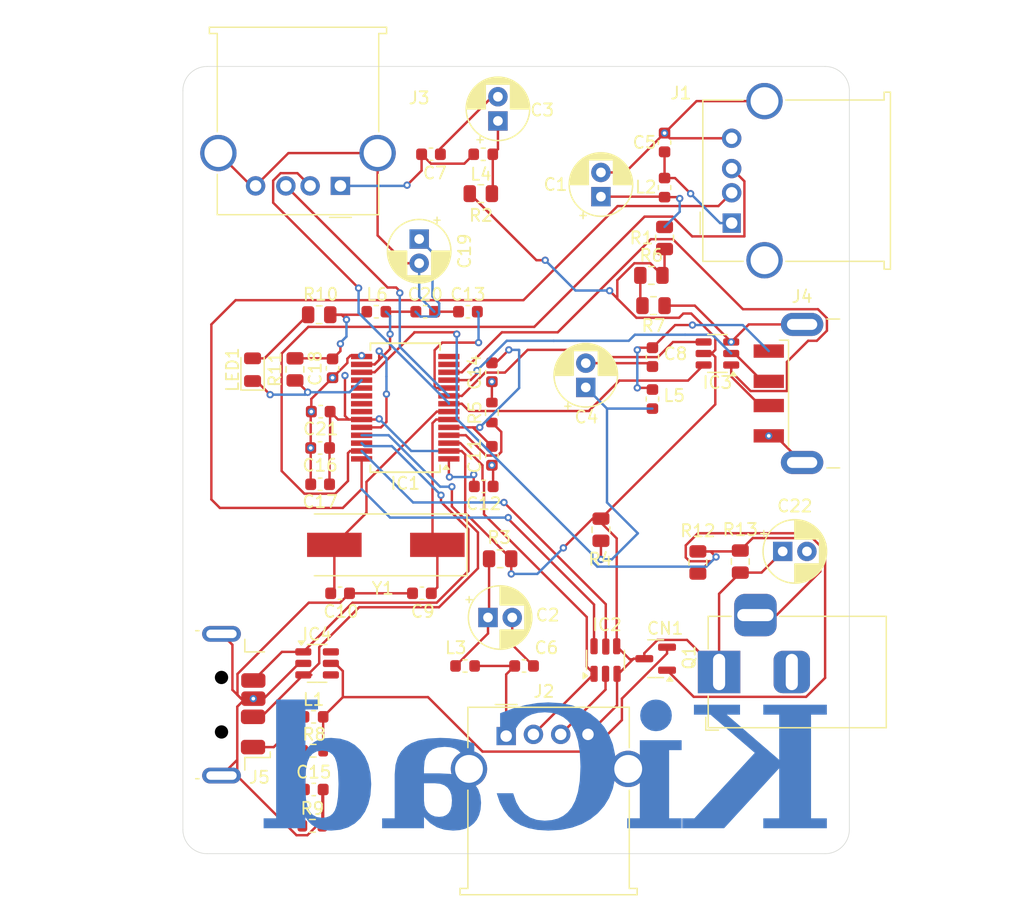
<source format=kicad_pcb>
(kicad_pcb (version 20240108) (generator "pcbnew") (generator_version "8.0")
  (layers (0 "F.Cu" signal) (1 "In1.Cu" signal "GND") (2 "In2.Cu" signal "PWR") (31 "B.Cu" signal) (34 "B.Paste" user) (35 "F.Paste" user) (36 "B.SilkS" user "B.Silkscreen") (37 "F.SilkS" user "F.Silkscreen") (38 "B.Mask" user) (39 "F.Mask" user) (44 "Edge.Cuts" user))
  (net 0 "")
  (net 1 "GND")
  (net 3 "+5V")
  (net 4 "USB1_N")
  (net 6 "Net-(C1-Pad1)")
  (net 7 "Net-(C2-Pad2)")
  (net 8 "Net-(C2-Pad1)")
  (net 9 "Net-(C3-Pad1)")
  (net 10 "Net-(C3-Pad2)")
  (net 11 "Net-(C4-Pad2)")
  (net 12 "Net-(C4-Pad1)")
  (net 13 "Net-(J1-VBUS)")
  (net 14 "Net-(J2-VBUS)")
  (net 15 "Net-(J3-VBUS)")
  (net 16 "Net-(J4-VBUS)")
  (net 17 "X1")
  (net 18 "X2")
  (net 19 "Net-(IC1-GPB4)")
  (net 20 "Net-(IC1-GPB0)")
  (net 21 "Net-(IC1-VSS)")
  (net 22 "Net-(C15-Pad1)")
  (net 23 "AVDD")
  (net 24 "/DVDD")
  (net 25 "PSELF")
  (net 26 "RESET#")
  (net 27 "OVCURR#1")
  (net 28 "PGANG")
  (net 31 "Net-(IC1-GPB3)")
  (net 34 "Net-(J5-VBUS)")
  (net 35 "Net-(LED1-A)")
  (net 36 "OVCURR1#")
  (net 37 "Net-(Q1-G)")
  (net 38 "USB1_P")
  (net 39 "USB2_P")
  (net 40 "USB4_N")
  (net 41 "USB3_P")
  (net 42 "USB3_N")
  (net 43 "USB0_N")
  (net 44 "USB4_P")
  (net 45 "USB2_N")
  (net 46 "USB0_P")
  (footprint "Connector_USB:USB_A_Molex_67643_Horizontal" (layer "F.Cu") (at 171.68 114.29)
    (property "Reference" "J2")
    (property "Value" "USB-A-S-X-X-TH")
  )
  (footprint "Capacitor_SMD:C_0603_1608Metric" (layer "F.Cu") (at 165 79.25)
    (property "Reference" "C20")
    (property "Value" "0.1uF")
  )
  (footprint "Capacitor_THT:CP_Radial_D5.0mm_P2.00mm" (layer "F.Cu") (at 194.5 99.0425)
    (property "Reference" "C22")
    (property "Value" "100uF")
  )
  (footprint "Resistor_SMD:R_0805_2012Metric" (layer "F.Cu") (at 156.25 79.5 180)
    (property "Reference" "R10")
    (property "Value" "470R")
  )
  (footprint "Capacitor_SMD:C_0603_1608Metric" (layer "F.Cu") (at 156.325 90.5 180)
    (property "Reference" "C16")
    (property "Value" "1uF")
  )
  (footprint "Capacitor_THT:CP_Radial_D5.0mm_P2.00mm" (layer "F.Cu") (at 170.18 104.5)
    (property "Reference" "C2")
    (property "Value" "100uF")
  )
  (footprint "Capacitor_THT:CP_Radial_D5.0mm_P2.00mm" (layer "F.Cu") (at 179.5 69.75 90)
    (property "Reference" "C1")
    (property "Value" "100uF")
  )
  (footprint "Inductor_SMD:L_0603_1608Metric" (layer "F.Cu") (at 168.2875 108.5)
    (property "Reference" "L3")
    (property "Value" "FB-0603-2A")
  )
  (footprint "Capacitor_SMD:C_0603_1608Metric" (layer "F.Cu") (at 164.725 102.5)
    (property "Reference" "C9")
    (property "Value" "33pF")
  )
  (footprint "Resistor_SMD:R_0805_2012Metric" (layer "F.Cu") (at 191 99.88 90)
    (property "Reference" "R13")
    (property "Value" "470k")
  )
  (footprint "Resistor_SMD:R_0603_1608Metric" (layer "F.Cu") (at 155.6875 121.7)
    (property "Reference" "R9")
    (property "Value" "47K")
  )
  (footprint "Capacitor_THT:CP_Radial_D5.0mm_P2.00mm" (layer "F.Cu") (at 171 63.5 90)
    (property "Reference" "C3")
    (property "Value" "100uF")
  )
  (footprint "Capacitor_THT:CP_Radial_D5.0mm_P2.00mm" (layer "F.Cu") (at 178.25 85.5 90)
    (property "Reference" "C4")
    (property "Value" "100uF")
  )
  (footprint "LED_SMD:LED_0805_2012Metric" (layer "F.Cu") (at 150.75 84.0375 90)
    (property "Reference" "LED1")
    (property "Value" "RED")
  )
  (footprint "Connector_USB:USB_A_Molex_67643_Horizontal" (layer "F.Cu") (at 190.29 71.93 90)
    (property "Reference" "J1")
    (property "Value" "USB-A-S-X-X-TH")
  )
  (footprint "Connector_USB:USB_A_CNCTech_1001-011-01101_Horizontal" (layer "F.Cu") (at 203 86)
    (property "Reference" "J4")
    (property "Value" "USB-A-S-X-X-TH")
  )
  (footprint "Inductor_SMD:L_0603_1608Metric" (layer "F.Cu") (at 169.7875 66.25 180)
    (property "Reference" "L4")
    (property "Value" "FB-0603-2A")
  )
  (footprint "Capacitor_SMD:C_0603_1608Metric" (layer "F.Cu") (at 169.825 93.675 180)
    (property "Reference" "C12")
    (property "Value" "0.1uF")
  )
  (footprint "Resistor_SMD:R_0603_1608Metric" (layer "F.Cu") (at 155.75 115.5 180)
    (property "Reference" "R8")
    (property "Value" "10k")
  )
  (footprint "Resistor_SMD:R_0805_2012Metric" (layer "F.Cu") (at 183.6625 76.25)
    (property "Reference" "R6")
    (property "Value" "10k")
  )
  (footprint "Connector_USB:USB_A_Molex_67643_Horizontal" (layer "F.Cu") (at 158 68.86 180)
    (property "Reference" "J3")
    (property "Value" "USB-A-S-X-X-TH")
  )
  (footprint "Resistor_SMD:R_0805_2012Metric" (layer "F.Cu") (at 171.18 99.65 180)
    (property "Reference" "R3")
    (property "Value" "500mA")
  )
  (footprint "Capacitor_SMD:C_0603_1608Metric" (layer "F.Cu") (at 165.475 66.25)
    (property "Reference" "C7")
    (property "Value" "0.1uF")
  )
  (footprint "Inductor_SMD:L_0603_1608Metric" (layer "F.Cu") (at 155.7875 112.7)
    (property "Reference" "L1")
    (property "Value" "FB-0603-2A")
  )
  (footprint "Package_TO_SOT_SMD:SOT-23" (layer "F.Cu") (at 184.0175 107.9 180)
    (property "Reference" "Q1")
    (property "Value" "Q_PMOS_GSD")
  )
  (footprint "Capacitor_SMD:C_0603_1608Metric" (layer "F.Cu") (at 157.975 102.5 180)
    (property "Reference" "C10")
    (property "Value" "33pF")
  )
  (footprint "Package_TO_SOT_SMD:SOT-23-6" (layer "F.Cu") (at 179.88 108.0125 90)
    (property "Reference" "IC2")
    (property "Value" "SRV05-4 - ESD Protection")
  )
  (footprint "Connector_USB:USB_A_Molex_48037-2200_Horizontal" (layer "F.Cu") (at 139.8125 111.7 180)
    (property "Reference" "J5")
    (property "Value" "USB-AM-S-X-X-TH")
  )
  (footprint "Resistor_SMD:R_0805_2012Metric" (layer "F.Cu") (at 154.25 84.0125 90)
    (property "Reference" "R11")
    (property "Value" "100k")
  )
  (footprint "Capacitor_SMD:C_0603_1608Metric" (layer "F.Cu") (at 156.375 87.5 180)
    (property "Reference" "C21")
    (property "Value" "0.1uF")
  )
  (footprint "Capacitor_SMD:C_0603_1608Metric" (layer "F.Cu") (at 157.35 83.925 90)
    (property "Reference" "C18")
    (property "Value" "0.1uF")
  )
  (footprint "Package_TO_SOT_SMD:SOT-23-6" (layer "F.Cu") (at 156.075 108.2875)
    (property "Reference" "IC4")
    (property "Value" "SRV05-4 - ESD Protection")
  )
  (footprint "Capacitor_SMD:C_0603_1608Metric" (layer "F.Cu") (at 155.8 118.7)
    (property "Reference" "C15")
    (property "Value" "0.1uF")
  )
  (footprint "Capacitor_SMD:C_0603_1608Metric" (layer "F.Cu") (at 170.5 84.25 90)
    (property "Reference" "C14")
    (property "Value" "1uF")
  )
  (footprint "Capacitor_SMD:C_0603_1608Metric" (layer "F.Cu") (at 183.75 83 90)
    (property "Reference" "C8")
    (property "Value" "0.1uF")
  )
  (footprint "Package_TO_SOT_SMD:SOT-23-6" (layer "F.Cu") (at 189.1125 82.7 180)
    (property "Reference" "IC3")
    (property "Value" "SRV05-4 - ESD Protection")
  )
  (footprint "Capacitor_SMD:C_0603_1608Metric" (layer "F.Cu") (at 173.155 108.5)
    (property "Reference" "C6")
    (property "Value" "0.1uF")
  )
  (footprint "Crystal:Crystal_SMD_HC49-SD" (layer "F.Cu") (at 161.75 98.5 180)
    (property "Reference" "Y1")
    (property "Value" "ECS-120-18-4X-CKM")
  )
  (footprint "Inductor_SMD:L_0603_1608Metric" (layer "F.Cu") (at 184.75 69 90)
    (property "Reference" "L2")
    (property "Value" "FB-0603-2A")
  )
  (footprint "Resistor_SMD:R_0603_1608Metric" (layer "F.Cu") (at 170.5 87.575 -90)
    (property "Reference" "R5")
    (property "Value" "680R")
  )
  (footprint "Resistor_SMD:R_0805_2012Metric" (layer "F.Cu") (at 169.5875 69.5)
    (property "Reference" "R2")
    (property "Value" "500mA")
  )
  (footprint "Inductor_SMD:L_0603_1608Metric" (layer "F.Cu") (at 160.9625 79.25 180)
    (property "Reference" "L6")
    (property "Value" "FB-0603-2A")
  )
  (footprint "Resistor_SMD:R_0805_2012Metric" (layer "F.Cu") (at 187.5 99.955 90)
    (property "Reference" "R12")
    (property "Value" "470R")
  )
  (footprint "Resistor_SMD:R_0805_2012Metric" (layer "F.Cu") (at 183.8375 78.75 180)
    (property "Reference" "R7")
    (property "Value" "20k")
  )
  (footprint "Capacitor_SMD:C_0603_1608Metric" (layer "F.Cu") (at 168.525 79.25)
    (property "Reference" "C13")
    (property "Value" "0.1uF")
  )
  (footprint "Connector_BarrelJack:BarrelJack_Horizontal" (layer "F.Cu") (at 189.25 109 180)
    (property "Reference" "CN1")
    (property "Value" "DC-Socket")
  )
  (footprint "Resistor_SMD:R_0805_2012Metric" (layer "F.Cu") (at 179.5 97.25 -90)
    (property "Reference" "R4")
    (property "Value" "500mA")
  )
  (footprint "Resistor_SMD:R_0805_2012Metric" (layer "F.Cu") (at 184.75 73.1625 90)
    (property "Reference" "R1")
    (property "Value" "500mA")
  )
  (footprint "Capacitor_THT:CP_Radial_D5.0mm_P2.00mm" (layer "F.Cu") (at 164.5 73.25 -90)
    (property "Reference" "C19")
    (property "Value" "10uF")
  )
  (footprint "Capacitor_SMD:C_0603_1608Metric" (layer "F.Cu") (at 156.325 93.5 180)
    (property "Reference" "C17")
    (property "Value" "0.1uF")
  )
  (footprint "Capacitor_SMD:C_0603_1608Metric" (layer "F.Cu") (at 184.75 65.275 90)
    (property "Reference" "C5")
    (property "Value" "0.1uF")
  )
  (footprint "Package_SO:SSOP-28_5.3x10.2mm_P0.65mm" (layer "F.Cu") (at 163.35 87.175 180)
    (property "Reference" "IC1")
    (property "Value" "GL850G-HH")
  )
  (footprint "Inductor_SMD:L_0603_1608Metric" (layer "F.Cu") (at 183.75 86.4625 90)
    (property "Reference" "L5")
    (property "Value" "FB-0603-2A")
  )
  (footprint "Capacitor_SMD:C_0603_1608Metric" (layer "F.Cu") (at 170.5 91.15 90)
    (property "Reference" "C11")
    (property "Value" "0.1uF")
  )
  (gr_line (start 200 122) (end 200 61) (stroke (width 0.05)) (layer "Edge.Cuts"))
  (gr_arc (start 147 124) (mid 145.585786 123.414214) (end 145 122) (stroke (width 0.05)) (layer "Edge.Cuts"))
  (gr_line (start 145 61) (end 145 122) (stroke (width 0.05)) (layer "Edge.Cuts"))
  (gr_line (start 147 124) (end 198 124) (stroke (width 0.05)) (layer "Edge.Cuts"))
  (gr_arc (start 198 59) (mid 199.414214 59.585786) (end 200 61) (stroke (width 0.05)) (layer "Edge.Cuts"))
  (gr_arc (start 145 61) (mid 145.585786 59.585786) (end 147 59) (stroke (width 0.05)) (layer "Edge.Cuts"))
  (gr_line (start 147 59) (end 198 59) (stroke (width 0.05)) (layer "Edge.Cuts"))
  (gr_arc (start 200 122) (mid 199.414214 123.414214) (end 198 124) (stroke (width 0.05)) (layer "Edge.Cuts"))
  (gr_text "KiCad" (at 198.8 123.6 0) (layer "B.Cu") (effects (font (size 10 10) (thickness 2) (bold yes)) (justify left bottom mirror)))
  (segment (start 161.07 72.95137) (end 161.07 66.15) (width 0.2) (layer "F.Cu") (net 1))
  (segment (start 165.775 79.25) (end 167.75 79.25) (width 0.2) (layer "F.Cu") (net 1))
  (segment (start 179.5 67.75) (end 181.5 67.75) (width 0.2) (layer "F.Cu") (net 1))
  (segment (start 155.55 87.55) (end 155.6 87.5) (width 0.2) (layer "F.Cu") (net 1))
  (segment (start 149.4875 111.8625) (end 150.15 111.2) (width 0.2) (layer "F.Cu") (net 1))
  (segment (start 179.88 110.45) (end 176.18 114.15) (width 0.2) (layer "F.Cu") (net 1))
  (segment (start 196.1 80.3) (end 191.7 80.3) (width 0.2) (layer "F.Cu") (net 1))
  (segment (start 158.75 102.5) (end 163.95 102.5) (width 0.2) (layer "F.Cu") (net 1))
  (segment (start 158.575 83.125) (end 158.825002 82.874998) (width 0.2) (layer "F.Cu") (net 1))
  (segment (start 151.671948 111.2) (end 154.584448 108.2875) (width 0.2) (layer "F.Cu") (net 1))
  (segment (start 156.5125 118.7625) (end 156.575 118.7) (width 0.2) (layer "F.Cu") (net 1))
  (segment (start 149.4875 116.25) (end 149.4875 111.8625) (width 0.2) (layer "F.Cu") (net 1))
  (segment (start 150.15 111.2) (end 150.8125 111.2) (width 0.2) (layer "F.Cu") (net 1))
  (segment (start 149.4875 117.5875) (end 149.4875 116.25) (width 0.2) (layer "F.Cu") (net 1))
  (segment (start 184.75 78.75) (end 187.25 78.75) (width 0.2) (layer "F.Cu") (net 1))
  (segment (start 191.7 80.3) (end 190.25 81.75) (width 0.2) (layer "F.Cu") (net 1))
  (segment (start 187.25 78.75) (end 190.25 81.75) (width 0.2) (layer "F.Cu") (net 1))
  (segment (start 156.5125 121.7) (end 156.5125 118.7625) (width 0.2) (layer "F.Cu") (net 1))
  (segment (start 158.575 83.475) (end 158.575 83.125) (width 0.2) (layer "F.Cu") (net 1))
  (segment (start 187.39 61.86) (end 184.75 64.5) (width 0.2) (layer "F.Cu") (net 1))
  (segment (start 196.1 91.7) (end 193.9 89.5) (width 0.2) (layer "F.Cu") (net 1))
  (segment (start 150.8125 111.2) (end 151.671948 111.2) (width 0.2) (layer "F.Cu") (net 1))
  (segment (start 149.50625 110.893749) (end 149.812501 111.2) (width 0.2) (layer "F.Cu") (net 1))
  (segment (start 157.975 103.275) (end 155.38897 103.275) (width 0.2) (layer "F.Cu") (net 1))
  (segment (start 185.18 64.93) (end 184.75 64.5) (width 0.2) (layer "F.Cu") (net 1))
  (segment (start 190.29 64.93) (end 185.18 64.93) (width 0.2) (layer "F.Cu") (net 1))
  (segment (start 193 61.86) (end 187.39 61.86) (width 0.2) (layer "F.Cu") (net 1))
  (segment (start 155.275148 122.475) (end 154.375 122.475) (width 0.2) (layer "F.Cu") (net 1))
  (segment (start 155.55 90.5) (end 155.55 87.55) (width 0.2) (layer "F.Cu") (net 1))
  (segment (start 149.0875 110.474999) (end 149.0875 106.75) (width 0.2) (layer "F.Cu") (net 1))
  (segment (start 155.55 93.5) (end 155.55 90.5) (width 0.2) (layer "F.Cu") (net 1))
  (segment (start 170.6 92.025) (end 170.5 91.925) (width 0.2) (layer "F.Cu") (net 1))
  (segment (start 161.07 66.15) (end 153.71 66.15) (width 0.2) (layer "F.Cu") (net 1))
  (segment (start 154.584448 108.2875) (end 154.9375 108.2875) (width 0.2) (layer "F.Cu") (net 1))
  (segment (start 170.6 93.675) (end 170.6 92.025) (width 0.2) (layer "F.Cu") (net 1))
  (segment (start 149.50625 109.15772) (end 149.50625 110.893749) (width 0.2) (layer "F.Cu") (net 1))
  (segment (start 156.575 118.7) (end 156.575 121.175148) (width 0.2) (layer "F.Cu") (net 1))
  (segment (start 149.0875 106.75) (end 148.1875 105.85) (width 0.2) (layer "F.Cu") (net 1))
  (segment (start 189.86 64.5) (end 190.29 64.93) (width 0.2) (layer "F.Cu") (net 1))
  (segment (start 181.5 67.75) (end 184.75 64.5) (width 0.2) (layer "F.Cu") (net 1))
  (segment (start 155.6 86.45) (end 157.35 84.7) (width 0.2) (layer "F.Cu") (net 1))
  (segment (start 164.5 75.25) (end 163.36863 75.25) (width 0.2) (layer "F.Cu") (net 1))
  (segment (start 148.1875 117.55) (end 149.4875 116.25) (width 0.2) (layer "F.Cu") (net 1))
  (segment (start 156.575 121.175148) (end 155.275148 122.475) (width 0.2) (layer "F.Cu") (net 1))
  (segment (start 163.36863 75.25) (end 161.07 72.95137) (width 0.2) (layer "F.Cu") (net 1))
  (segment (start 155.38897 103.275) (end 149.50625 109.15772) (width 0.2) (layer "F.Cu") (net 1))
  (segment (start 155.6 87.5) (end 155.6 86.45) (width 0.2) (layer "F.Cu") (net 1))
  (segment (start 170.5 86.75) (end 170.5 85.025) (width 0.2) (layer "F.Cu") (net 1))
  (segment (start 179.88 109.15) (end 179.88 110.45) (width 0.2) (layer "F.Cu") (net 1))
  (segment (start 193.9 89.5) (end 193.35 89.5) (width 0.2) (layer "F.Cu") (net 1))
  (segment (start 149.812501 111.2) (end 149.0875 110.474999) (width 0.2) (layer "F.Cu") (net 1))
  (segment (start 158.825002 82.874998) (end 159.75 82.874998) (width 0.2) (layer "F.Cu") (net 1))
  (segment (start 154.375 122.475) (end 149.4875 117.5875) (width 0.2) (layer "F.Cu") (net 1))
  (segment (start 158.75 102.5) (end 157.975 103.275) (width 0.2) (layer "F.Cu") (net 1))
  (segment (start 147.93 66.15) (end 150.64 68.86) (width 0.2) (layer "F.Cu") (net 1))
  (segment (start 157.35 84.7) (end 158.575 83.475) (width 0.2) (layer "F.Cu") (net 1))
  (segment (start 149.812501 111.2) (end 150.8125 111.2) (width 0.2) (layer "F.Cu") (net 1))
  (segment (start 150.64 68.86) (end 151 68.86) (width 0.2) (layer "F.Cu") (net 1))
  (segment (start 153.71 66.15) (end 151 68.86) (width 0.2) (layer "F.Cu") (net 1))
  (segment (start 155.290552 108.2875) (end 154.9375 108.2875) (width 0.2) (layer "F.Cu") (net 1))
  (via (at 155.6 87.5) (size 0.6) (drill 0.3) (layers "F.Cu" "B.Cu") (net 1))
  (via (at 157.35 84.7) (size 0.6) (drill 0.3) (layers "F.Cu" "B.Cu") (net 1))
  (via (at 190.25 81.75) (size 0.6) (drill 0.3) (layers "F.Cu" "B.Cu") (net 1))
  (via (at 155.55 90.5) (size 0.6) (drill 0.3) (layers "F.Cu" "B.Cu") (net 1))
  (via (at 170.5 91.925) (size 0.6) (drill 0.3) (layers "F.Cu" "B.Cu") (net 1))
  (via (at 170.5 85.025) (size 0.6) (drill 0.3) (layers "F.Cu" "B.Cu") (net 1))
  (via (at 184.75 64.5) (size 0.6) (drill 0.3) (layers "F.Cu" "B.Cu") (net 1))
  (via (at 159.75 82.874998) (size 0.6) (drill 0.3) (layers "F.Cu" "B.Cu") (net 1))
  (via (at 193.35 89.5) (size 0.6) (drill 0.3) (layers "F.Cu" "B.Cu") (net 1))
  (via (at 150.8125 111.2) (size 0.6) (drill 0.3) (layers "F.Cu" "B.Cu") (net 1))
  (segment (start 164.5 78) (end 165.75 79.25) (width 0.2) (layer "B.Cu") (net 1))
  (segment (start 164.5 75.25) (end 164.5 78) (width 0.2) (layer "B.Cu") (net 1))
  (segment (start 184.955 107.471948) (end 181.23 111.196948) (width 0.2) (layer "F.Cu") (net 3))
  (segment (start 165.230586 111.075) (end 158.2 111.075) (width 0.2) (layer "F.Cu") (net 3))
  (segment (start 157.6375 108.2875) (end 157.2125 108.2875) (width 0.2) (layer "F.Cu") (net 3))
  (segment (start 181.23 112.97) (end 178.627792 115.572208) (width 0.2) (layer "F.Cu") (net 3))
  (segment (start 157.2125 108.2875) (end 157.565552 108.2875) (width 0.2) (layer "F.Cu") (net 3))
  (segment (start 158.2 108.921948) (end 158.2 111.075) (width 0.2) (layer "F.Cu") (net 3))
  (segment (start 158.2 111.075) (end 156.575 112.7) (width 0.2) (layer "F.Cu") (net 3))
  (segment (start 181.23 111.196948) (end 181.23 112.97) (width 0.2) (layer "F.Cu") (net 3))
  (segment (start 178.627792 115.572208) (end 169.727794 115.572208) (width 0.2) (layer "F.Cu") (net 3))
  (segment (start 184.955 106.95) (end 184.955 107.471948) (width 0.2) (layer "F.Cu") (net 3))
  (segment (start 156.575 115.5) (end 156.575 112.7) (width 0.2) (layer "F.Cu") (net 3))
  (segment (start 157.565552 108.2875) (end 158.2 108.921948) (width 0.2) (layer "F.Cu") (net 3))
  (segment (start 169.727794 115.572208) (end 165.230586 111.075) (width 0.2) (layer "F.Cu") (net 3))
  (segment (start 158.625 90.925) (end 158.8 90.75) (width 0.2) (layer "F.Cu") (net 4))
  (segment (start 179.9 103.400166) (end 171.499917 95.000083) (width 0.2) (layer "F.Cu") (net 4))
  (segment (start 187.027244 73.03) (end 185.397244 71.4) (width 0.2) (layer "F.Cu") (net 4))
  (segment (start 158.625 93.225) (end 158.625 90.925) (width 0.2) (layer "F.Cu") (net 4))
  (segment (start 191.34 73.03) (end 187.027244 73.03) (width 0.2) (layer "F.Cu") (net 4))
  (segment (start 153.15 92.4) (end 155.025 94.275) (width 0.2) (layer "F.Cu") (net 4))
  (segment (start 174 80.5) (end 155.352756 80.5) (width 0.2) (layer "F.Cu") (net 4))
  (segment (start 158.8 90.75) (end 159.75 90.75) (width 0.2) (layer "F.Cu") (net 4))
  (segment (start 185.397244 71.4) (end 183.1 71.4) (width 0.2) (layer "F.Cu") (net 4))
  (segment (start 190.29 67.43) (end 191.34 68.48) (width 0.2) (layer "F.Cu") (net 4))
  (segment (start 155.025 94.275) (end 157.575 94.275) (width 0.2) (layer "F.Cu") (net 4))
  (segment (start 157.575 94.275) (end 158.625 93.225) (width 0.2) (layer "F.Cu") (net 4))
  (segment (start 155.352756 80.5) (end 153.15 82.702756) (width 0.2) (layer "F.Cu") (net 4))
  (segment (start 153.15 82.702756) (end 153.15 92.4) (width 0.2) (layer "F.Cu") (net 4))
  (segment (start 183.1 71.4) (end 174 80.5) (width 0.2) (layer "F.Cu") (net 4))
  (segment (start 191.34 68.48) (end 191.34 73.03) (width 0.2) (layer "F.Cu") (net 4))
  (segment (start 179.9 106.9) (end 179.9 103.400166) (width 0.2) (layer "F.Cu") (net 4))
  (via (at 171.499917 95.000083) (size 0.6) (drill 0.3) (layers "F.Cu" "B.Cu") (net 4))
  (segment (start 171.499917 95.000083) (end 164.000083 95.000083) (width 0.2) (layer "B.Cu") (net 4))
  (segment (start 164.000083 95.000083) (end 159.75 90.75) (width 0.2) (layer "B.Cu") (net 4))
  (segment (start 184.75 69.7875) (end 185.8875 69.7875) (width 0.2) (layer "F.Cu") (net 6))
  (segment (start 185.8875 69.7875) (end 186 69.9) (width 0.2) (layer "F.Cu") (net 6))
  (segment (start 184.7125 69.75) (end 184.75 69.7875) (width 0.2) (layer "F.Cu") (net 6))
  (segment (start 179.5 69.75) (end 184.7125 69.75) (width 0.2) (layer "F.Cu") (net 6))
  (via (at 186 69.9) (size 0.6) (drill 0.3) (layers "F.Cu" "B.Cu") (net 6))
  (segment (start 186 71) (end 184.75 72.25) (width 0.2) (layer "B.Cu") (net 6))
  (segment (start 186 69.9) (end 186 71) (width 0.2) (layer "B.Cu") (net 6))
  (segment (start 172.18 106.75) (end 173.93 108.5) (width 0.2) (layer "F.Cu") (net 7))
  (segment (start 172.18 104.5) (end 172.18 106.75) (width 0.2) (layer "F.Cu") (net 7))
  (segment (start 170.2675 99.65) (end 170.2675 104.4125) (width 0.2) (layer "F.Cu") (net 8))
  (segment (start 170.18 105.82) (end 167.5 108.5) (width 0.2) (layer "F.Cu") (net 8))
  (segment (start 170.18 104.5) (end 170.18 105.82) (width 0.2) (layer "F.Cu") (net 8))
  (segment (start 170.2675 104.4125) (end 170.18 104.5) (width 0.2) (layer "F.Cu") (net 8))
  (segment (start 170.575 69.425) (end 170.5 69.5) (width 0.2) (layer "F.Cu") (net 9))
  (segment (start 170.575 66.25) (end 170.575 69.425) (width 0.2) (layer "F.Cu") (net 9))
  (segment (start 171 65.825) (end 170.575 66.25) (width 0.2) (layer "F.Cu") (net 9))
  (segment (start 171 63.5) (end 171 65.825) (width 0.2) (layer "F.Cu") (net 9))
  (segment (start 166.25 66.25) (end 166.25 65.775) (width 0.2) (layer "F.Cu") (net 10))
  (segment (start 170.525 61.5) (end 171 61.5) (width 0.2) (layer "F.Cu") (net 10))
  (segment (start 166.25 65.775) (end 170.525 61.5) (width 0.2) (layer "F.Cu") (net 10))
  (segment (start 183.475 83.5) (end 183.75 83.775) (width 0.2) (layer "F.Cu") (net 11))
  (segment (start 178.25 83.5) (end 183.475 83.5) (width 0.2) (layer "F.Cu") (net 11))
  (segment (start 179.5 99.7) (end 179.5 98.1625) (width 0.2) (layer "F.Cu") (net 12))
  (via (at 179.5 99.7) (size 0.6) (drill 0.3) (layers "F.Cu" "B.Cu") (net 12))
  (segment (start 180 87.25) (end 180 95) (width 0.2) (layer "B.Cu") (net 12))
  (segment (start 180 87.25) (end 183.75 87.25) (width 0.2) (layer "B.Cu") (net 12))
  (segment (start 182.55 97.55) (end 180.4 99.7) (width 0.2) (layer "B.Cu") (net 12))
  (segment (start 180.4 99.7) (end 179.5 99.7) (width 0.2) (layer "B.Cu") (net 12))
  (segment (start 178.25 85.5) (end 180 87.25) (width 0.2) (layer "B.Cu") (net 12))
  (segment (start 180 95) (end 182.55 97.55) (width 0.2) (layer "B.Cu") (net 12))
  (segment (start 184.75 66.05) (end 184.75 68.2125) (width 0.2) (layer "F.Cu") (net 13))
  (segment (start 185.6125 68.2125) (end 186.9 69.5) (width 0.2) (layer "F.Cu") (net 13))
  (segment (start 184.75 68.2125) (end 185.6125 68.2125) (width 0.2) (layer "F.Cu") (net 13))
  (via (at 186.9 69.5) (size 0.6) (drill 0.3) (layers "F.Cu" "B.Cu") (net 13))
  (segment (start 189.33 71.93) (end 190.29 71.93) (width 0.2) (layer "B.Cu") (net 13))
  (segment (start 186.9 69.5) (end 189.33 71.93) (width 0.2) (layer "B.Cu") (net 13))
  (segment (start 169.075 108.5) (end 172.38 108.5) (width 0.2) (layer "F.Cu") (net 14))
  (segment (start 171.68 109.2) (end 172.38 108.5) (width 0.2) (layer "F.Cu") (net 14))
  (segment (start 171.68 114.29) (end 171.68 109.2) (width 0.2) (layer "F.Cu") (net 14))
  (segment (start 168.225 67.025) (end 169 66.25) (width 0.2) (layer "F.Cu") (net 15))
  (segment (start 165.475 67.025) (end 168.225 67.025) (width 0.2) (layer "F.Cu") (net 15))
  (segment (start 164.7 66.25) (end 164.7 67.6) (width 0.2) (layer "F.Cu") (net 15))
  (segment (start 164.7 67.6) (end 163.5 68.8) (width 0.2) (layer "F.Cu") (net 15))
  (segment (start 164.7 66.25) (end 165.475 67.025) (width 0.2) (layer "F.Cu") (net 15))
  (via (at 163.5 68.8) (size 0.6) (drill 0.3) (layers "F.Cu" "B.Cu") (net 15))
  (segment (start 163.5 68.8) (end 163.44 68.86) (width 0.2) (layer "B.Cu") (net 15))
  (segment (start 163.44 68.86) (end 158 68.86) (width 0.2) (layer "B.Cu") (net 15))
  (segment (start 182.675 82.225) (end 182.5 82.4) (width 0.2) (layer "F.Cu") (net 16))
  (segment (start 183.6125 85.5375) (end 183.75 85.675) (width 0.2) (layer "F.Cu") (net 16))
  (segment (start 185.625735 80.349265) (end 187.050735 80.349265) (width 0.2) (layer "F.Cu") (net 16))
  (segment (start 183.75 82.225) (end 185.625735 80.349265) (width 0.2) (layer "F.Cu") (net 16))
  (segment (start 182.5 85.5375) (end 183.6125 85.5375) (width 0.2) (layer "F.Cu") (net 16))
  (segment (start 183.75 82.225) (end 182.675 82.225) (width 0.2) (layer "F.Cu") (net 16))
  (via (at 187.050735 80.349265) (size 0.6) (drill 0.3) (layers "F.Cu" "B.Cu") (net 16))
  (via (at 182.5 85.5375) (size 0.6) (drill 0.3) (layers "F.Cu" "B.Cu") (net 16))
  (via (at 182.5 82.4) (size 0.6) (drill 0.3) (layers "F.Cu" "B.Cu") (net 16))
  (segment (start 182.5 82.4) (end 182.5 85.5375) (width 0.2) (layer "B.Cu") (net 16))
  (segment (start 191.199265 80.349265) (end 193.35 82.5) (width 0.2) (layer "B.Cu") (net 16))
  (segment (start 187.050735 80.349265) (end 191.199265 80.349265) (width 0.2) (layer "B.Cu") (net 16))
  (segment (start 165.6 88.45) (end 165.9 88.15) (width 0.2) (layer "F.Cu") (net 17))
  (segment (start 165.9 88.15) (end 166.95 88.15) (width 0.2) (layer "F.Cu") (net 17))
  (segment (start 166 98.5) (end 166 102) (width 0.2) (layer "F.Cu") (net 17))
  (segment (start 166 98.5) (end 165.6 98.1) (width 0.2) (layer "F.Cu") (net 17))
  (segment (start 166 102) (end 165.5 102.5) (width 0.2) (layer "F.Cu") (net 17))
  (segment (start 165.6 98.1) (end 165.6 88.45) (width 0.2) (layer "F.Cu") (net 17))
  (segment (start 165.95 87.5) (end 166.95 87.5) (width 0.2) (layer "F.Cu") (net 18))
  (segment (start 157.5 102.2) (end 157.2 102.5) (width 0.2) (layer "F.Cu") (net 18))
  (segment (start 160.15 95.85) (end 160.15 93.3) (width 0.2) (layer "F.Cu") (net 18))
  (segment (start 157.5 98.5) (end 160.15 95.85) (width 0.2) (layer "F.Cu") (net 18))
  (segment (start 160.15 93.3) (end 165.95 87.5) (width 0.2) (layer "F.Cu") (net 18))
  (segment (start 157.5 98.5) (end 157.5 102.2) (width 0.2) (layer "F.Cu") (net 18))
  (segment (start 169.5 88.8) (end 168.925 88.8) (width 0.2) (layer "F.Cu") (net 19))
  (segment (start 170.5 83.475) (end 170.825 83.475) (width 0.2) (layer "F.Cu") (net 19))
  (segment (start 166.95 88.8) (end 168.925 88.8) (width 0.2) (layer "F.Cu") (net 19))
  (segment (start 168.925 88.8) (end 170.5 90.375) (width 0.2) (layer "F.Cu") (net 19))
  (segment (start 170.825 83.475) (end 171.9 82.4) (width 0.2) (layer "F.Cu") (net 19))
  (via (at 169.5 88.8) (size 0.6) (drill 0.3) (layers "F.Cu" "B.Cu") (net 19))
  (via (at 171.9 82.4) (size 0.6) (drill 0.3) (layers "F.Cu" "B.Cu") (net 19))
  (segment (start 172.75 82.4) (end 172.75 85.55) (width 0.2) (layer "B.Cu") (net 19))
  (segment (start 171.9 82.4) (end 172.75 82.4) (width 0.2) (layer "B.Cu") (net 19))
  (segment (start 172.75 85.55) (end 169.5 88.8) (width 0.2) (layer "B.Cu") (net 19))
  (segment (start 169 92.7) (end 169 93.625) (width 0.2) (layer "F.Cu") (net 20))
  (segment (start 166.95 91.4) (end 166.95 92.85) (width 0.2) (layer "F.Cu") (net 20))
  (segment (start 169 93.625) (end 169.05 93.675) (width 0.2) (layer "F.Cu") (net 20))
  (segment (start 166.95 92.85) (end 167 92.9) (width 0.2) (layer "F.Cu") (net 20))
  (via (at 167 92.9) (size 0.6) (drill 0.3) (layers "F.Cu" "B.Cu") (net 20))
  (via (at 169 92.7) (size 0.6) (drill 0.3) (layers "F.Cu" "B.Cu") (net 20))
  (segment (start 167 92.9) (end 168.8 92.9) (width 0.2) (layer "B.Cu") (net 20))
  (segment (start 168.8 92.9) (end 169 92.7) (width 0.2) (layer "B.Cu") (net 20))
  (segment (start 166.95 85.55) (end 165.875 85.55) (width 0.2) (layer "F.Cu") (net 21))
  (segment (start 165.775 82.425) (end 166.4 81.8) (width 0.2) (layer "F.Cu") (net 21))
  (segment (start 166.4 81.8) (end 169.4 81.8) (width 0.2) (layer "F.Cu") (net 21))
  (segment (start 165.775 85.45) (end 165.775 82.425) (width 0.2) (layer "F.Cu") (net 21))
  (segment (start 165.875 85.55) (end 165.775 85.45) (width 0.2) (layer "F.Cu") (net 21))
  (via (at 169.4 81.8) (size 0.6) (drill 0.3) (layers "F.Cu" "B.Cu") (net 21))
  (segment (start 169.4 81.8) (end 169.4 79.35) (width 0.2) (layer "B.Cu") (net 21))
  (segment (start 169.4 79.35) (end 169.3 79.25) (width 0.2) (layer "B.Cu") (net 21))
  (segment (start 154.8625 121.7) (end 154.8625 118.8625) (width 0.2) (layer "F.Cu") (net 22))
  (segment (start 155.025 118.7) (end 155.025 115.6) (width 0.2) (layer "F.Cu") (net 22))
  (segment (start 154.8625 118.8625) (end 155.025 118.7) (width 0.2) (layer "F.Cu") (net 22))
  (segment (start 155.025 115.6) (end 154.925 115.5) (width 0.2) (layer "F.Cu") (net 22))
  (segment (start 158 81.9) (end 158 82.5) (width 0.2) (layer "F.Cu") (net 23))
  (segment (start 154.25 83.1) (end 157.3 83.1) (width 0.2) (layer "F.Cu") (net 23))
  (segment (start 157.1625 79.5) (end 159.925 79.5) (width 0.2) (layer "F.Cu") (net 23))
  (segment (start 158 82.5) (end 157.35 83.15) (width 0.2) (layer "F.Cu") (net 23))
  (segment (start 157.3 83.1) (end 157.35 83.15) (width 0.2) (layer "F.Cu") (net 23))
  (segment (start 159.925 79.5) (end 160.175 79.25) (width 0.2) (layer "F.Cu") (net 23))
  (segment (start 157.1625 79.5) (end 158.1 79.5) (width 0.2) (layer "F.Cu") (net 23))
  (segment (start 158.1 79.5) (end 158.5 79.9) (width 0.2) (layer "F.Cu") (net 23))
  (via (at 158 81.9) (size 0.6) (drill 0.3) (layers "F.Cu" "B.Cu") (net 23))
  (via (at 158.5 79.9) (size 0.6) (drill 0.3) (layers "F.Cu" "B.Cu") (net 23))
  (segment (start 158.5 79.9) (end 158.5 81.3) (width 0.2) (layer "B.Cu") (net 23))
  (segment (start 158 81.8) (end 158 81.9) (width 0.2) (layer "B.Cu") (net 23))
  (segment (start 158.5 81.3) (end 158 81.8) (width 0.2) (layer "B.Cu") (net 23))
  (segment (start 159.75 83.6) (end 160.825 83.6) (width 0.2) (layer "F.Cu") (net 24))
  (segment (start 161.75 79.25) (end 164.225 79.25) (width 0.2) (layer "F.Cu") (net 24))
  (segment (start 161.348529 88.8) (end 161.8 88.348529) (width 0.2) (layer "F.Cu") (net 24))
  (segment (start 161.2 82.5) (end 161.2 83.225) (width 0.2) (layer "F.Cu") (net 24))
  (segment (start 160.825 83.6) (end 162.098528 82.326472) (width 0.2) (layer "F.Cu") (net 24))
  (segment (start 162.098528 82.326472) (end 162.098528 81.1) (width 0.2) (layer "F.Cu") (net 24))
  (segment (start 161.8 88.348529) (end 161.8 86.05) (width 0.2) (layer "F.Cu") (net 24))
  (segment (start 161.2 83.225) (end 160.825 83.6) (width 0.2) (layer "F.Cu") (net 24))
  (segment (start 159.75 88.8) (end 161.348529 88.8) (width 0.2) (layer "F.Cu") (net 24))
  (via (at 162.098528 81.1) (size 0.6) (drill 0.3) (layers "F.Cu" "B.Cu") (net 24))
  (via (at 161.8 86.05) (size 0.6) (drill 0.3) (layers "F.Cu" "B.Cu") (net 24))
  (via (at 161.2 82.5) (size 0.6) (drill 0.3) (layers "F.Cu" "B.Cu") (net 24))
  (segment (start 164.5 73.25) (end 165.6 74.35) (width 0.2) (layer "B.Cu") (net 24))
  (segment (start 166.15 79.415686) (end 165.915686 79.65) (width 0.2) (layer "B.Cu") (net 24))
  (segment (start 164.6 79.65) (end 164.2 79.25) (width 0.2) (layer "B.Cu") (net 24))
  (segment (start 162.098528 81.1) (end 162.098528 79.598528) (width 0.2) (layer "B.Cu") (net 24))
  (segment (start 161.8 84.6) (end 161.8 83.1) (width 0.2) (layer "B.Cu") (net 24))
  (segment (start 165.915686 79.65) (end 164.6 79.65) (width 0.2) (layer "B.Cu") (net 24))
  (segment (start 162.098528 79.598528) (end 161.75 79.25) (width 0.2) (layer "B.Cu") (net 24))
  (segment (start 161.8 86.05) (end 161.8 84.6) (width 0.2) (layer "B.Cu") (net 24))
  (segment (start 161.8 83.1) (end 161.2 82.5) (width 0.2) (layer "B.Cu") (net 24))
  (segment (start 166.15 78.55) (end 166.15 79.415686) (width 0.2) (layer "B.Cu") (net 24))
  (segment (start 165.6 74.35) (end 165.6 78) (width 0.2) (layer "B.Cu") (net 24))
  (segment (start 165.6 78) (end 166.15 78.55) (width 0.2) (layer "B.Cu") (net 24))
  (segment (start 160.825 84.25) (end 164.1 80.975) (width 0.2) (layer "F.Cu") (net 25))
  (segment (start 159.75 84.25) (end 160.825 84.25) (width 0.2) (layer "F.Cu") (net 25))
  (segment (start 191 98.9675) (end 190.925 99.0425) (width 0.2) (layer "F.Cu") (net 25))
  (segment (start 164.1 80.95) (end 167.45 80.95) (width 0.2) (layer "F.Cu") (net 25))
  (segment (start 196.955635 97.9425) (end 197.6 98.586865) (width 0.2) (layer "F.Cu") (net 25))
  (segment (start 189 99.5) (end 188.5425 99.0425) (width 0.2) (layer "F.Cu") (net 25))
  (segment (start 167.45 80.95) (end 167.6 81.1) (width 0.2) (layer "F.Cu") (net 25))
  (segment (start 194 104.3) (end 192.25 104.3) (width 0.2) (layer "F.Cu") (net 25))
  (segment (start 190.925 99.0425) (end 192.025 97.9425) (width 0.2) (layer "F.Cu") (net 25))
  (segment (start 197.6 98.586865) (end 197.6 100.7) (width 0.2) (layer "F.Cu") (net 25))
  (segment (start 192.025 97.9425) (end 196.955635 97.9425) (width 0.2) (layer "F.Cu") (net 25))
  (segment (start 187.5 99.0425) (end 190.925 99.0425) (width 0.2) (layer "F.Cu") (net 25))
  (segment (start 164.1 80.975) (end 164.1 80.95) (width 0.2) (layer "F.Cu") (net 25))
  (segment (start 188.5425 99.0425) (end 187.5 99.0425) (width 0.2) (layer "F.Cu") (net 25))
  (segment (start 197.6 100.7) (end 194 104.3) (width 0.2) (layer "F.Cu") (net 25))
  (via (at 189 99.5) (size 0.6) (drill 0.3) (layers "F.Cu" "B.Cu") (net 25))
  (via (at 167.6 81.1) (size 0.6) (drill 0.3) (layers "F.Cu" "B.Cu") (net 25))
  (segment (start 178.784314 99.884314) (end 179.2 100.3) (width 0.2) (layer "B.Cu") (net 25))
  (segment (start 167.6 88.1) (end 178.784314 99.284314) (width 0.2) (layer "B.Cu") (net 25))
  (segment (start 179.2 100.3) (end 188.2 100.3) (width 0.2) (layer "B.Cu") (net 25))
  (segment (start 178.784314 99.284314) (end 178.784314 99.884314) (width 0.2) (layer "B.Cu") (net 25))
  (segment (start 188.2 100.3) (end 189 99.5) (width 0.2) (layer "B.Cu") (net 25))
  (segment (start 167.6 81.1) (end 167.6 88.1) (width 0.2) (layer "B.Cu") (net 25))
  (segment (start 150.75 84.975) (end 151.075 84.975) (width 0.2) (layer "F.Cu") (net 28))
  (segment (start 154.325 84.925) (end 155.3 85.9) (width 0.2) (layer "F.Cu") (net 28))
  (segment (start 154.25 84.925) (end 154.325 84.925) (width 0.2) (layer "F.Cu") (net 28))
  (segment (start 151.075 84.975) (end 152.2 86.1) (width 0.2) (layer "F.Cu") (net 28))
  (via (at 152.2 86.1) (size 0.6) (drill 0.3) (layers "F.Cu" "B.Cu") (net 28))
  (via (at 155.3 85.9) (size 0.6) (drill 0.3) (layers "F.Cu" "B.Cu") (net 28))
  (via (at 155.3 85.9) (size 0.6) (drill 0.3) (layers "F.Cu" "B.Cu") (net 28))
  (segment (start 155.3 85.9) (end 158.75 85.9) (width 0.2) (layer "B.Cu") (net 28))
  (segment (start 158.75 85.9) (end 159.75 84.9) (width 0.2) (layer "B.Cu") (net 28))
  (segment (start 152.2 86.1) (end 155.1 86.1) (width 0.2) (layer "B.Cu") (net 28))
  (segment (start 155.1 86.1) (end 155.3 85.9) (width 0.2) (layer "B.Cu") (net 28))
  (segment (start 171.275 90.823696) (end 171.275 89.175) (width 0.2) (layer "F.Cu") (net 31))
  (segment (start 170.973696 91.125) (end 171.275 90.823696) (width 0.2) (layer "F.Cu") (net 31))
  (segment (start 171.275 89.175) (end 170.5 88.4) (width 0.2) (layer "F.Cu") (net 31))
  (segment (start 168.351304 89.45) (end 170.026304 91.125) (width 0.2) (layer "F.Cu") (net 31))
  (segment (start 170.026304 91.125) (end 170.973696 91.125) (width 0.2) (layer "F.Cu") (net 31))
  (segment (start 166.95 89.45) (end 168.351304 89.45) (width 0.2) (layer "F.Cu") (net 31))
  (segment (start 152.5 115.2) (end 155 112.7) (width 0.2) (layer "F.Cu") (net 34))
  (segment (start 150.7875 115.2) (end 152.5 115.2) (width 0.2) (layer "F.Cu") (net 34))
  (segment (start 151.7375 83.1) (end 155.3375 79.5) (width 0.2) (layer "F.Cu") (net 35))
  (segment (start 150.75 83.1) (end 151.7375 83.1) (width 0.2) (layer "F.Cu") (net 35))
  (segment (start 182.75 76.25) (end 182.75 78.575) (width 0.2) (layer "F.Cu") (net 36))
  (segment (start 182.75 78.575) (end 182.925 78.75) (width 0.2) (layer "F.Cu") (net 36))
  (segment (start 186.815256 99.855) (end 186.5 99.539744) (width 0.2) (layer "F.Cu") (net 37))
  (segment (start 196.434926 111.05) (end 187.155 111.05) (width 0.2) (layer "F.Cu") (net 37))
  (segment (start 198 109.484926) (end 196.434926 111.05) (width 0.2) (layer "F.Cu") (net 37))
  (segment (start 198 98.421179) (end 198 109.484926) (width 0.2) (layer "F.Cu") (net 37))
  (segment (start 186.5 99.539744) (end 186.5 98.545256) (width 0.2) (layer "F.Cu") (net 37))
  (segment (start 186.5 98.545256) (end 187.502756 97.5425) (width 0.2) (layer "F.Cu") (net 37))
  (segment (start 187.502756 97.5425) (end 197.121321 97.5425) (width 0.2) (layer "F.Cu") (net 37))
  (segment (start 187.155 111.05) (end 184.955 108.85) (width 0.2) (layer "F.Cu") (net 37))
  (segment (start 187.5 100.8675) (end 188.5125 99.855) (width 0.2) (layer "F.Cu") (net 37))
  (segment (start 197.121321 97.5425) (end 198 98.421179) (width 0.2) (layer "F.Cu") (net 37))
  (segment (start 188.5125 99.855) (end 186.815256 99.855) (width 0.2) (layer "F.Cu") (net 37))
  (segment (start 149.35 78.3) (end 147.35 80.3) (width 0.2) (layer "F.Cu") (net 38))
  (segment (start 178.93 103.43) (end 171.75 96.25) (width 0.2) (layer "F.Cu") (net 38))
  (segment (start 180.875 70.525) (end 173.1 78.3) (width 0.2) (layer "F.Cu") (net 38))
  (segment (start 171.75 96.25) (end 171.85 96.25) (width 0.2) (layer "F.Cu") (net 38))
  (segment (start 158.2 95.45) (end 159.75 93.9) (width 0.2) (layer "F.Cu") (net 38))
  (segment (start 147.35 94.75) (end 148.05 95.45) (width 0.2) (layer "F.Cu") (net 38))
  (segment (start 147.35 80.3) (end 147.35 94.75) (width 0.2) (layer "F.Cu") (net 38))
  (segment (start 190.29 69.43) (end 189.195 70.525) (width 0.2) (layer "F.Cu") (net 38))
  (segment (start 159.75 93.9) (end 159.75 91.4) (width 0.2) (layer "F.Cu") (net 38))
  (segment (start 178.93 106.875) (end 178.93 103.43) (width 0.2) (layer "F.Cu") (net 38))
  (segment (start 173.1 78.3) (end 149.35 78.3) (width 0.2) (layer "F.Cu") (net 38))
  (segment (start 189.195 70.525) (end 180.875 70.525) (width 0.2) (layer "F.Cu") (net 38))
  (segment (start 148.05 95.45) (end 158.2 95.45) (width 0.2) (layer "F.Cu") (net 38))
  (via (at 171.85 96.25) (size 0.6) (drill 0.3) (layers "F.Cu" "B.Cu") (net 38))
  (segment (start 171.85 96.25) (end 162.1 96.25) (width 0.2) (layer "B.Cu") (net 38))
  (segment (start 162.1 96.25) (end 159.75 93.9) (width 0.2) (layer "B.Cu") (net 38))
  (segment (start 173.93 114.15) (end 178.93 109.15) (width 0.2) (layer "F.Cu") (net 39))
  (segment (start 169.85 95.980966) (end 178.33 104.460966) (width 0.2) (layer "F.Cu") (net 39))
  (segment (start 178.33 108.55) (end 178.93 109.15) (width 0.2) (layer "F.Cu") (net 39))
  (segment (start 167.9 90.1) (end 169.725 91.925) (width 0.2) (layer "F.Cu") (net 39))
  (segment (start 169.725 91.925) (end 169.725 93.125) (width 0.2) (layer "F.Cu") (net 39))
  (segment (start 178.33 104.460966) (end 178.33 108.55) (width 0.2) (layer "F.Cu") (net 39))
  (segment (start 166.95 90.1) (end 167.9 90.1) (width 0.2) (layer "F.Cu") (net 39))
  (segment (start 169.725 93.125) (end 169.85 93.25) (width 0.2) (layer "F.Cu") (net 39))
  (segment (start 169.85 93.25) (end 169.85 95.980966) (width 0.2) (layer "F.Cu") (net 39))
  (segment (start 166.95 84.9) (end 168.748696 84.9) (width 0.2) (layer "F.Cu") (net 40))
  (segment (start 169.26902 84.379676) (end 169.26902 84.107451) (width 0.2) (layer "F.Cu") (net 40))
  (segment (start 193.35 85) (end 192.832342 85) (width 0.2) (layer "F.Cu") (net 40))
  (segment (start 168.748696 84.9) (end 169.26902 84.379676) (width 0.2) (layer "F.Cu") (net 40))
  (segment (start 190.532342 82.7) (end 190.25 82.7) (width 0.2) (layer "F.Cu") (net 40))
  (segment (start 192.832342 85) (end 190.532342 82.7) (width 0.2) (layer "F.Cu") (net 40))
  (via (at 169.26902 84.107451) (size 0.6) (drill 0.3) (layers "F.Cu" "B.Cu") (net 40))
  (segment (start 182.15 81.3) (end 182.3 81.15) (width 0.2) (layer "B.Cu") (net 40))
  (segment (start 182.3 81.15) (end 186.45 81.15) (width 0.2) (layer "B.Cu") (net 40))
  (segment (start 175.6 81.65) (end 181.8 81.65) (width 0.2) (layer "B.Cu") (net 40))
  (segment (start 169.26902 84.107451) (end 171.726471 81.65) (width 0.2) (layer "B.Cu") (net 40))
  (segment (start 188.7 81.15) (end 190.25 82.7) (width 0.2) (layer "B.Cu") (net 40))
  (segment (start 186.45 81.15) (end 188.7 81.15) (width 0.2) (layer "B.Cu") (net 40))
  (segment (start 181.8 81.65) (end 182.15 81.3) (width 0.2) (layer "B.Cu") (net 40))
  (segment (start 171.726471 81.65) (end 175.6 81.65) (width 0.2) (layer "B.Cu") (net 40))
  (segment (start 162.6 77.25) (end 162.9 77.55) (width 0.2) (layer "F.Cu") (net 41))
  (segment (start 184.198696 83) (end 180.3 83) (width 0.2) (layer "F.Cu") (net 41))
  (segment (start 185.448696 81.75) (end 184.198696 83) (width 0.2) (layer "F.Cu") (net 41))
  (segment (start 171.576304 84.275) (end 169.95 84.275) (width 0.2) (layer "F.Cu") (net 41))
  (segment (start 153.5 68.86) (end 161.89 77.25) (width 0.2) (layer "F.Cu") (net 41))
  (segment (start 162.4 77.25) (end 162.6 77.25) (width 0.2) (layer "F.Cu") (net 41))
  (segment (start 187.975 81.75) (end 185.448696 81.75) (width 0.2) (layer "F.Cu") (net 41))
  (segment (start 173.451304 82.4) (end 171.576304 84.275) (width 0.2) (layer "F.Cu") (net 41))
  (segment (start 162.9 77.55) (end 162.9 77.7) (width 0.2) (layer "F.Cu") (net 41))
  (segment (start 168.025 86.2) (end 166.95 86.2) (width 0.2) (layer "F.Cu") (net 41))
  (segment (start 161.89 77.25) (end 162.4 77.25) (width 0.2) (layer "F.Cu") (net 41))
  (segment (start 169.95 84.275) (end 168.025 86.2) (width 0.2) (layer "F.Cu") (net 41))
  (segment (start 180.3 83) (end 179.7 82.4) (width 0.2) (layer "F.Cu") (net 41))
  (segment (start 179.7 82.4) (end 173.451304 82.4) (width 0.2) (layer "F.Cu") (net 41))
  (via (at 162.9 77.7) (size 0.6) (drill 0.3) (layers "F.Cu" "B.Cu") (net 41))
  (segment (start 162.9 77.7) (end 162.9 82.15) (width 0.2) (layer "B.Cu") (net 41))
  (segment (start 162.9 82.15) (end 166.95 86.2) (width 0.2) (layer "B.Cu") (net 41))
  (segment (start 168.625 87.45) (end 168.025 86.85) (width 0.2) (layer "F.Cu") (net 42))
  (segment (start 186.6875 84.9375) (end 181.0125 84.9375) (width 0.2) (layer "F.Cu") (net 42))
  (segment (start 187.975 83.65) (end 186.6875 84.9375) (width 0.2) (layer "F.Cu") (net 42))
  (segment (start 155.5 68.86) (end 154.45 67.81) (width 0.2) (layer "F.Cu") (net 42))
  (segment (start 181.0125 84.9375) (end 178.5 87.45) (width 0.2) (layer "F.Cu") (net 42))
  (segment (start 178.5 87.45) (end 168.625 87.45) (width 0.2) (layer "F.Cu") (net 42))
  (segment (start 153.065075 67.81) (end 152.45 68.425075) (width 0.2) (layer "F.Cu") (net 42))
  (segment (start 152.45 70.25) (end 159.5 77.3) (width 0.2) (layer "F.Cu") (net 42))
  (segment (start 154.45 67.81) (end 153.065075 67.81) (width 0.2) (layer "F.Cu") (net 42))
  (segment (start 168.025 86.85) (end 166.95 86.85) (width 0.2) (layer "F.Cu") (net 42))
  (segment (start 152.45 68.425075) (end 152.45 70.25) (width 0.2) (layer "F.Cu") (net 42))
  (via (at 159.5 77.3) (size 0.6) (drill 0.3) (layers "F.Cu" "B.Cu") (net 42))
  (segment (start 166.95 86.8) (end 166.95 86.85) (width 0.2) (layer "B.Cu") (net 42))
  (segment (start 159.5 77.3) (end 159.5 79.35) (width 0.2) (layer "B.Cu") (net 42))
  (segment (start 159.5 79.35) (end 166.95 86.8) (width 0.2) (layer "B.Cu") (net 42))
  (segment (start 150.7875 112.7) (end 151.475 112.7) (width 0.2) (layer "F.Cu") (net 43))
  (segment (start 156.25 108.278052) (end 156.25 106.95) (width 0.2) (layer "F.Cu") (net 43))
  (segment (start 155.290552 109.2375) (end 156.25 108.278052) (width 0.2) (layer "F.Cu") (net 43))
  (segment (start 166.139744 103.65) (end 169.35 100.439744) (width 0.2) (layer "F.Cu") (net 43))
  (segment (start 156.25 106.95) (end 159.55 103.65) (width 0.2) (layer "F.Cu") (net 43))
  (segment (start 167.2 95.323186) (end 167.2 93.7) (width 0.2) (layer "F.Cu") (net 43))
  (segment (start 169.35 100.439744) (end 169.35 97.473186) (width 0.2) (layer "F.Cu") (net 43))
  (segment (start 154.9375 109.2375) (end 155.290552 109.2375) (width 0.2) (layer "F.Cu") (net 43))
  (segment (start 169.35 97.473186) (end 167.2 95.323186) (width 0.2) (layer "F.Cu") (net 43))
  (segment (start 159.55 103.65) (end 166.139744 103.65) (width 0.2) (layer "F.Cu") (net 43))
  (segment (start 154.9375 109.2375) (end 155.599999 109.2375) (width 0.2) (layer "F.Cu") (net 43))
  (segment (start 151.475 112.7) (end 154.9375 109.2375) (width 0.2) (layer "F.Cu") (net 43))
  (via (at 167.2 93.7) (size 0.6) (drill 0.3) (layers "F.Cu" "B.Cu") (net 43))
  (segment (start 166.234314 93.7) (end 161.984314 89.45) (width 0.2) (layer "B.Cu") (net 43))
  (segment (start 167.2 93.7) (end 166.234314 93.7) (width 0.2) (layer "B.Cu") (net 43))
  (segment (start 161.984314 89.45) (end 159.75 89.45) (width 0.2) (layer "B.Cu") (net 43))
  (segment (start 185.434744 73.2625) (end 191.217157 79.044913) (width 0.2) (layer "F.Cu") (net 44))
  (segment (start 175.934314 80.95) (end 183.621814 73.2625) (width 0.2) (layer "F.Cu") (net 44))
  (segment (start 197.317767 81.65) (end 196.6 81.65) (width 0.2) (layer "F.Cu") (net 44))
  (segment (start 191.217157 79.044913) (end 197.41268 79.044913) (width 0.2) (layer "F.Cu") (net 44))
  (segment (start 171.325 80.95) (end 175.934314 80.95) (width 0.2) (layer "F.Cu") (net 44))
  (segment (start 190.25 84.6) (end 190.25 83.65) (width 0.2) (layer "F.Cu") (net 44))
  (segment (start 168.025 84.25) (end 171.325 80.95) (width 0.2) (layer "F.Cu") (net 44))
  (segment (start 198.15 79.782233) (end 198.15 80.817767) (width 0.2) (layer "F.Cu") (net 44))
  (segment (start 166.95 84.25) (end 168.025 84.25) (width 0.2) (layer "F.Cu") (net 44))
  (segment (start 191.85 85.8) (end 190.25 84.2) (width 0.2) (layer "F.Cu") (net 44))
  (segment (start 190.25 84.2) (end 190.25 83.65) (width 0.2) (layer "F.Cu") (net 44))
  (segment (start 192.65 87) (end 190.25 84.6) (width 0.2) (layer "F.Cu") (net 44))
  (segment (start 194.85 83.4) (end 194.85 85.8) (width 0.2) (layer "F.Cu") (net 44))
  (segment (start 194.85 85.8) (end 191.85 85.8) (width 0.2) (layer "F.Cu") (net 44))
  (segment (start 196.6 81.65) (end 194.85 83.4) (width 0.2) (layer "F.Cu") (net 44))
  (segment (start 197.41268 79.044913) (end 198.15 79.782233) (width 0.2) (layer "F.Cu") (net 44))
  (segment (start 198.15 80.817767) (end 197.317767 81.65) (width 0.2) (layer "F.Cu") (net 44))
  (segment (start 193.35 87) (end 192.65 87) (width 0.2) (layer "F.Cu") (net 44))
  (segment (start 183.621814 73.2625) (end 185.434744 73.2625) (width 0.2) (layer "F.Cu") (net 44))
  (segment (start 188.637499 82.7) (end 188.9375 82.399999) (width 0.2) (layer "F.Cu") (net 45))
  (segment (start 184.75 74.075) (end 184.75 76.075) (width 0.2) (layer "F.Cu") (net 45))
  (segment (start 182.15 107.95) (end 181.875 107.95) (width 0.2) (layer "F.Cu") (net 45))
  (segment (start 157.1 90.5) (end 157.1 93.5) (width 0.2) (layer "F.Cu") (net 45))
  (segment (start 183.575 75.25) (end 184.575 76.25) (width 0.2) (layer "F.Cu") (net 45))
  (segment (start 168.675 69.5) (end 174.175 75) (width 0.2) (layer "F.Cu") (net 45))
  (segment (start 179.5 96.3375) (end 178.8125 96.3375) (width 0.2) (layer "F.Cu") (net 45))
  (segment (start 180.85 76.652756) (end 182.252756 75.25) (width 0.2) (layer "F.Cu") (net 45))
  (segment (start 180.83 109.15) (end 180.95 109.15) (width 0.2) (layer "F.Cu") (net 45))
  (segment (start 191 100.7925) (end 189.25 102.5425) (width 0.2) (layer "F.Cu") (net 45))
  (segment (start 157.15 87.5) (end 157.15 90.45) (width 0.2) (layer "F.Cu") (net 45))
  (segment (start 157.15 87.5) (end 157.8 88.15) (width 0.2) (layer "F.Cu") (net 45))
  (segment (start 172.1 99.6575) (end 172.0925 99.65) (width 0.2) (layer "F.Cu") (net 45))
  (segment (start 182.2 107.9) (end 182.15 107.95) (width 0.2) (layer "F.Cu") (net 45))
  (segment (start 178.43 114.15) (end 180.83 111.75) (width 0.2) (layer "F.Cu") (net 45))
  (segment (start 161.15 88.15) (end 161.2 88.1) (width 0.2) (layer "F.Cu") (net 45))
  (segment (start 188.328052 82.7) (end 187.975 82.7) (width 0.2) (layer "F.Cu") (net 45))
  (segment (start 189.25 102.5425) (end 189.25 109) (width 0.2) (layer "F.Cu") (net 45))
  (segment (start 157.8 88.15) (end 159.75 88.15) (width 0.2) (layer "F.Cu") (net 45))
  (segment (start 187.975 82.7) (end 188.65 82.7) (width 0.2) (layer "F.Cu") (net 45))
  (segment (start 192.75 100.7925) (end 194.5 99.0425) (width 0.2) (layer "F.Cu") (net 45))
  (segment (start 183.08 107.9) (end 183.08 107.446948) (width 0.2) (layer "F.Cu") (net 45))
  (segment (start 180.95 109.15) (end 182.2 107.9) (width 0.2) (layer "F.Cu") (net 45))
  (segment (start 187.975 82.7) (end 188.637499 82.7) (width 0.2) (layer "F.Cu") (net 45))
  (segment (start 188.9375 86.9) (end 179.5 96.3375) (width 0.2) (layer "F.Cu") (net 45))
  (segment (start 159.75 88.15) (end 158.675 88.15) (width 0.2) (layer "F.Cu") (net 45))
  (segment (start 157.15 90.45) (end 157.1 90.5) (width 0.2) (layer "F.Cu") (net 45))
  (segment (start 168.3 91.05) (end 168.3 95.8575) (width 0.2) (layer "F.Cu") (net 45))
  (segment (start 159.75 88.15) (end 161.15 88.15) (width 0.2) (layer "F.Cu") (net 45))
  (segment (start 188.65 82.7) (end 188.9375 82.9875) (width 0.2) (layer "F.Cu") (net 45))
  (segment (start 158.675 88.15) (end 158.377154 87.852154) (width 0.2) (layer "F.Cu") (net 45))
  (segment (start 185.95 79.75) (end 182.427756 79.75) (width 0.2) (layer "F.Cu") (net 45))
  (segment (start 188.9375 82.9875) (end 188.9375 86.9) (width 0.2) (layer "F.Cu") (net 45))
  (segment (start 180.83 111.75) (end 180.83 109.15) (width 0.2) (layer "F.Cu") (net 45))
  (segment (start 180.85 78.172244) (end 180.85 76.652756) (width 0.2) (layer "F.Cu") (net 45))
  (segment (start 184.75 76.075) (end 184.575 76.25) (width 0.2) (layer "F.Cu") (net 45))
  (segment (start 178.8125 96.3375) (end 176.4 98.75) (width 0.2) (layer "F.Cu") (net 45))
  (segment (start 181.875 107.95) (end 180.8 106.875) (width 0.2) (layer "F.Cu") (net 45))
  (segment (start 174.175 75) (end 174.9 75) (width 0.2) (layer "F.Cu") (net 45))
  (segment (start 166 90.75) (end 166.95 90.75) (width 0.2) (layer "F.Cu") (net 45))
  (segment (start 168.3 95.8575) (end 172.0925 99.65) (width 0.2) (layer "F.Cu") (net 45))
  (segment (start 182.2 107.9) (end 183.08 107.9) (width 0.2) (layer "F.Cu") (net 45))
  (segment (start 183.08 107.446948) (end 184.176948 106.35) (width 0.2) (layer "F.Cu") (net 45))
  (segment (start 186.3 79.4) (end 185.95 79.75) (width 0.2) (layer "F.Cu") (net 45))
  (segment (start 186.95 79.4) (end 186.3 79.4) (width 0.2) (layer "F.Cu") (net 45))
  (segment (start 180.216422 77.516422) (end 180.85 78.15) (width 0.2) (layer "F.Cu") (net 45))
  (segment (start 166.95 90.75) (end 168 90.75) (width 0.2) (layer "F.Cu") (net 45))
  (segment (start 182.252756 75.25) (end 183.575 75.25) (width 0.2) (layer "F.Cu") (net 45))
  (segment (start 180.85 78.15) (end 180.85 78.172244) (width 0.2) (layer "F.Cu") (net 45))
  (segment (start 184.176948 106.35) (end 186.6 106.35) (width 0.2) (layer "F.Cu") (net 45))
  (segment (start 188.9375 82.399999) (end 188.9375 81.3875) (width 0.2) (layer "F.Cu") (net 45))
  (segment (start 184.625 76.3) (end 184.575 76.25) (width 0.2) (layer "F.Cu") (net 45))
  (segment (start 158.377154 87.852154) (end 158.377154 84.521373) (width 0.2) (layer "F.Cu") (net 45))
  (segment (start 168 90.75) (end 168.3 91.05) (width 0.2) (layer "F.Cu") (net 45))
  (segment (start 180.8 97.965256) (end 180.8 106.875) (width 0.2) (layer "F.Cu") (net 45))
  (segment (start 186.6 106.35) (end 189.25 109) (width 0.2) (layer "F.Cu") (net 45))
  (segment (start 172.1 100.9) (end 172.1 99.6575) (width 0.2) (layer "F.Cu") (net 45))
  (segment (start 182.427756 79.75) (end 180.85 78.172244) (width 0.2) (layer "F.Cu") (net 45))
  (segment (start 191 100.7925) (end 192.75 100.7925) (width 0.2) (layer "F.Cu") (net 45))
  (segment (start 179.5 96.665256) (end 180.8 97.965256) (width 0.2) (layer "F.Cu") (net 45))
  (segment (start 188.9375 81.3875) (end 186.95 79.4) (width 0.2) (layer "F.Cu") (net 45))
  (segment (start 179.5 96.3375) (end 179.5 96.665256) (width 0.2) (layer "F.Cu") (net 45))
  (via (at 158.377154 84.521373) (size 0.6) (drill 0.3) (layers "F.Cu" "B.Cu") (net 45))
  (via (at 172.1 100.9) (size 0.6) (drill 0.3) (layers "F.Cu" "B.Cu") (net 45))
  (via (at 176.4 98.75) (size 0.6) (drill 0.3) (layers "F.Cu" "B.Cu") (net 45))
  (via (at 174.9 75) (size 0.6) (drill 0.3) (layers "F.Cu" "B.Cu") (net 45))
  (via (at 161.2 88.1) (size 0.6) (drill 0.3) (layers "F.Cu" "B.Cu") (net 45))
  (via (at 180.216422 77.516422) (size 0.6) (drill 0.3) (layers "F.Cu" "B.Cu") (net 45))
  (segment (start 175.5 99.65) (end 174.25 100.9) (width 0.2) (layer "B.Cu") (net 45))
  (segment (start 174.25 100.9) (end 172.1 100.9) (width 0.2) (layer "B.Cu") (net 45))
  (segment (start 176.4 98.75) (end 175.5 99.65) (width 0.2) (layer "B.Cu") (net 45))
  (segment (start 163.85 90.75) (end 166 90.75) (width 0.2) (layer "B.Cu") (net 45))
  (segment (start 174.9 75) (end 177.4 77.5) (width 0.2) (layer "B.Cu") (net 45))
  (segment (start 180.2 77.5) (end 180.216422 77.516422) (width 0.2) (layer "B.Cu") (net 45))
  (segment (start 177.4 77.5) (end 180.2 77.5) (width 0.2) (layer "B.Cu") (net 45))
  (segment (start 161.2 88.1) (end 163.85 90.75) (width 0.2) (layer "B.Cu") (net 45))
  (segment (start 168.563407 100.660289) (end 168.563407 97.213407) (width 0.2) (layer "F.Cu") (net 46))
  (segment (start 153.175 107.3375) (end 154.9375 107.3375) (width 0.2) (layer "F.Cu") (net 46))
  (segment (start 150.8125 109.7) (end 153.175 107.3375) (width 0.2) (layer "F.Cu") (net 46))
  (segment (start 166.3 94.95) (end 166.3 94.4) (width 0.2) (layer "F.Cu") (net 46))
  (segment (start 165.948696 103.275) (end 168.563407 100.660289) (width 0.2) (layer "F.Cu") (net 46))
  (segment (start 168.563407 97.213407) (end 166.3 94.95) (width 0.2) (layer "F.Cu") (net 46))
  (segment (start 154.9375 107.3375) (end 159 103.275) (width 0.2) (layer "F.Cu") (net 46))
  (segment (start 159 103.275) (end 165.948696 103.275) (width 0.2) (layer "F.Cu") (net 46))
  (via (at 166.3 94.4) (size 0.6) (drill 0.3) (layers "F.Cu" "B.Cu") (net 46))
  (segment (start 166.3 94.4) (end 162.25 90.35) (width 0.2) (layer "B.Cu") (net 46))
  (segment (start 160 90.35) (end 159.75 90.1) (width 0.2) (layer "B.Cu") (net 46))
  (segment (start 162.25 90.35) (end 160 90.35) (width 0.2) (layer "B.Cu") (net 46))
)
</source>
